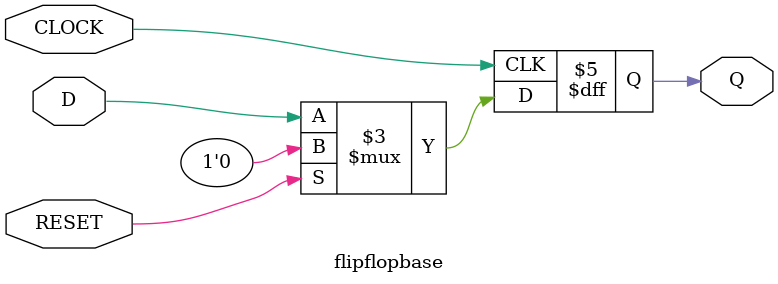
<source format=v>

module flipflopbase (Q, D, CLOCK, RESET);

    input D;        // Entrada de dados
    input CLOCK;    // Clock de acionamento
    input RESET;    // Reset síncrono (ativo alto)
    output reg Q;   // Saída armazenada

    // Atualiza Q somente na borda de subida do clock
    always @(posedge CLOCK) begin
        if (RESET)
            Q <= 1'b0;   // Zera a saída durante o clock
        else
            Q <= D;      // Copia o valor de D
    end

endmodule

</source>
